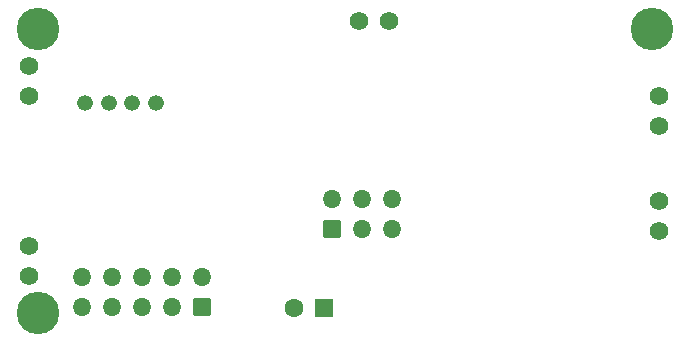
<source format=gbr>
%TF.GenerationSoftware,Altium Limited,Altium Designer,20.1.8 (145)*%
G04 Layer_Color=16711833*
%FSLAX45Y45*%
%MOMM*%
%TF.SameCoordinates,FD79255C-762C-4566-ADEE-39C3475191BA*%
%TF.FilePolarity,Negative*%
%TF.FileFunction,Soldermask,Bot*%
%TF.Part,Single*%
G01*
G75*
%TA.AperFunction,ViaPad*%
%ADD34C,3.60000*%
%TA.AperFunction,ComponentPad*%
%ADD40C,1.57600*%
%ADD41C,1.32600*%
G04:AMPARAMS|DCode=42|XSize=1.576mm|YSize=1.526mm|CornerRadius=0.21925mm|HoleSize=0mm|Usage=FLASHONLY|Rotation=180.000|XOffset=0mm|YOffset=0mm|HoleType=Round|Shape=RoundedRectangle|*
%AMROUNDEDRECTD42*
21,1,1.57600,1.08750,0,0,180.0*
21,1,1.13750,1.52600,0,0,180.0*
1,1,0.43850,-0.56875,0.54375*
1,1,0.43850,0.56875,0.54375*
1,1,0.43850,0.56875,-0.54375*
1,1,0.43850,-0.56875,-0.54375*
%
%ADD42ROUNDEDRECTD42*%
%ADD43O,1.57600X1.52600*%
%ADD44C,1.60000*%
G04:AMPARAMS|DCode=45|XSize=1.6mm|YSize=1.6mm|CornerRadius=0.2285mm|HoleSize=0mm|Usage=FLASHONLY|Rotation=180.000|XOffset=0mm|YOffset=0mm|HoleType=Round|Shape=RoundedRectangle|*
%AMROUNDEDRECTD45*
21,1,1.60000,1.14300,0,0,180.0*
21,1,1.14300,1.60000,0,0,180.0*
1,1,0.45700,-0.57150,0.57150*
1,1,0.45700,0.57150,0.57150*
1,1,0.45700,0.57150,-0.57150*
1,1,0.45700,-0.57150,-0.57150*
%
%ADD45ROUNDEDRECTD45*%
D34*
X200000Y200000D02*
D03*
Y2600000D02*
D03*
X5400000D02*
D03*
D40*
X5461000Y1143000D02*
D03*
Y889000D02*
D03*
X127000Y2286000D02*
D03*
Y2032000D02*
D03*
Y508000D02*
D03*
Y762000D02*
D03*
X2921000Y2667000D02*
D03*
X3175000D02*
D03*
X5461000Y2032000D02*
D03*
Y1778000D02*
D03*
D41*
X1202640Y1973580D02*
D03*
X1002640D02*
D03*
X802640D02*
D03*
X602640D02*
D03*
D42*
X1590804Y247460D02*
D03*
X2693799Y908317D02*
D03*
D43*
X1336804Y247460D02*
D03*
X1082804D02*
D03*
X828804D02*
D03*
X574804D02*
D03*
Y501460D02*
D03*
X828804D02*
D03*
X1082804D02*
D03*
X1336804D02*
D03*
X1590804D02*
D03*
X2947799Y908318D02*
D03*
X3201799Y908317D02*
D03*
Y1162317D02*
D03*
X2947799Y1162317D02*
D03*
X2693799Y1162317D02*
D03*
D44*
X2367280Y242570D02*
D03*
D45*
X2621280D02*
D03*
%TF.MD5,c22e86e0669efc8cc7b814037b2f3da7*%
M02*

</source>
